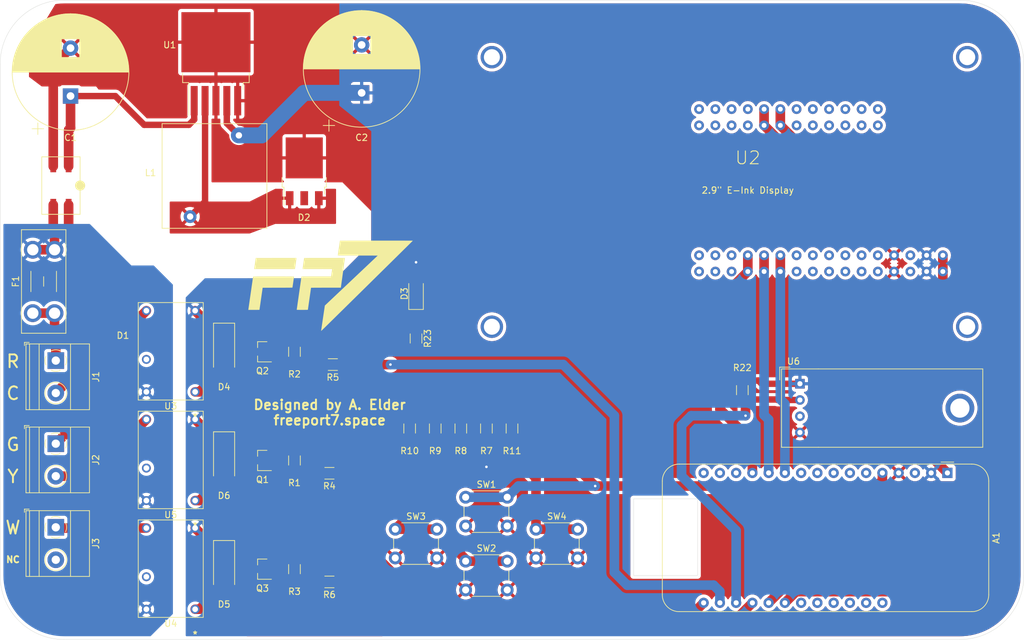
<source format=kicad_pcb>
(kicad_pcb (version 20211014) (generator pcbnew)
  (title_block (title "Arduino Thermostat V2") (date "2022-07-11") (rev "A") (company "freeport7.space"))
  (layers (0 "F.Cu" signal) (31 "B.Cu" signal) (34 "B.Paste" user) (35 "F.Paste" user) (36 "B.SilkS" user "B.Silkscreen") (37 "F.SilkS" user "F.Silkscreen") (38 "B.Mask" user) (39 "F.Mask" user) (44 "Edge.Cuts" user))
  (net 0 "")
  (net 1 "GND")
  (net 2 "/DHT")
  (net 3 "/FAN")
  (net 4 "/HEAT")
  (net 5 "/COOL")
  (net 6 "/C")
  (net 7 "+VDC")
  (net 8 "/R")
  (net 9 "/G")
  (net 10 "/W")
  (net 11 "/Y")
  (net 12 "Net-(D2-Pad1)")
  (net 14 "Net-(D3-Pad1)")
  (net 16 "/FANRLY")
  (net 17 "/HEATRLY")
  (net 18 "/COOLRLY")
  (net 22 "+3V3")
  (net 23 "Net-(Q1-Pad1)")
  (net 24 "Net-(Q2-Pad1)")
  (net 25 "Net-(Q3-Pad1)")
  (net 26 "/ADC")
  (net 27 "Net-(R9-Pad1)")
  (net 28 "Net-(R10-Pad1)")
  (net 32 "/DC")
  (net 33 "/ECS")
  (net 38 "/RESET")
  (net 46 "SCK")
  (net 47 "MOSI")
  (net 48 "MISO")
  (net 67 "Net-(R11-Pad1)")
  (net 71 "Net-(J1-Pad1)")
  (footprint "Capacitor_THT:CP_Radial_D18.0mm_P7.50mm" (layer "F.Cu") (at 78.5 57 90)
    (fp_text reference "C1" (at -6.5 0 180) (layer "F.SilkS"))
    (fp_text value "680uF")
    (pad "1" thru_hole rect (at 0 0 90) (size 2.4 2.4) (drill 1.2) (layers *.Cu *.Mask) (net 7 "+VDC"))
    (pad "2" thru_hole circle (at 7.5 0 90) (size 2.4 2.4) (drill 1.2) (layers *.Cu *.Mask) (net 1 "GND"))
  )
  (footprint "Capacitor_THT:CP_Radial_D18.0mm_P7.50mm" (layer "F.Cu") (at 124 56.5 90)
    (fp_text reference "C2" (at -7 0 180) (layer "F.SilkS"))
    (fp_text value "680uF")
    (pad "1" thru_hole rect (at 0 0 90) (size 2.4 2.4) (drill 1.2) (layers *.Cu *.Mask) (net 22 "+3V3"))
    (pad "2" thru_hole circle (at 7.5 0 90) (size 2.4 2.4) (drill 1.2) (layers *.Cu *.Mask) (net 1 "GND"))
  )
  (footprint "Arduino-Thermostat:Diode Bridge 4-SMD" (layer "F.Cu") (at 77 71)
    (fp_text reference "D1" (at 9.695 23.455 unlocked) (layer "F.SilkS"))
    (fp_text value "D_Bridge_+AA-")
    (pad "1" smd rect (at 1.2 -3 90) (size 1.84 0.9) (layers "F.Cu" "F.Paste" "F.Mask") (net 7 "+VDC"))
    (pad "2" smd rect (at 1.2 3 90) (size 1.84 0.9) (layers "F.Cu" "F.Paste" "F.Mask") (net 6 "/C"))
    (pad "3" smd rect (at -1.2 3 90) (size 1.84 0.9) (layers "F.Cu" "F.Paste" "F.Mask") (net 8 "/R"))
    (pad "4" smd rect (at -1.2 -3 90) (size 1.84 0.9) (layers "F.Cu" "F.Paste" "F.Mask") (net 1 "GND"))
  )
  (footprint "Package_TO_SOT_SMD:TO-252-3_TabPin2" (layer "F.Cu") (at 115.025 68.775 90)
    (fp_text reference "D2" (at -7.225 -0.025 180) (layer "F.SilkS"))
    (fp_text value "VS-50WQ04FNTR-M3")
    (pad "1" smd rect (at -4.2 -2.28 90) (size 2.2 1.2) (layers "F.Cu" "F.Paste" "F.Mask") (net 12 "Net-(D2-Pad1)"))
    (pad "1" smd rect (at -4.2 2.28 90) (size 2.2 1.2) (layers "F.Cu" "F.Paste" "F.Mask") (net 12 "Net-(D2-Pad1)"))
    (pad "2" smd rect (at 2.1 0 90) (size 6.4 5.8) (layers "F.Cu" "F.Mask") (net 1 "GND"))
    (pad "2" smd rect (at -4.2 0 90) (size 2.2 1.2) (layers "F.Cu" "F.Paste" "F.Mask") (net 1 "GND"))
  )
  (footprint "LED_SMD:LED_1206_3216Metric_Pad1.42x1.75mm_HandSolder" (layer "F.Cu") (at 132.5 87.92 90)
    (fp_text reference "D3" (at 0 -1.82 90) (layer "F.SilkS"))
    (fp_text value "LED")
    (pad "1" smd roundrect (at -1.4875 0 90) (size 1.425 1.75) (layers "F.Cu" "F.Paste" "F.Mask") (roundrect_rratio 0.1754392982) (net 14 "Net-(D3-Pad1)"))
    (pad "2" smd roundrect (at 1.4875 0 90) (size 1.425 1.75) (layers "F.Cu" "F.Paste" "F.Mask") (roundrect_rratio 0.1754392982) (net 22 "+3V3"))
  )
  (footprint "TerminalBlock_Phoenix:TerminalBlock_Phoenix_MKDS-1,5-2-5.08_1x02_P5.08mm_Horizontal" (layer "F.Cu") (at 76.195 98.375 -90)
    (fp_text reference "J1" (at 2.54 -6.26 90) (layer "F.SilkS"))
    (fp_text value "SCREW TERMINAL" hide)
    (pad "1" thru_hole rect locked (at 0 0 270) (size 2.6 2.6) (drill 1.3) (layers *.Cu *.Mask) (net 71 "Net-(J1-Pad1)"))
    (pad "2" thru_hole circle locked (at 5.08 0 270) (size 2.6 2.6) (drill 1.3) (layers *.Cu *.Mask) (net 6 "/C"))
  )
  (footprint "TerminalBlock_Phoenix:TerminalBlock_Phoenix_MKDS-1,5-2-5.08_1x02_P5.08mm_Horizontal" (layer "F.Cu") (at 76.195 111.375 -90)
    (fp_text reference "J2" (at 2.54 -6.26 90) (layer "F.SilkS"))
    (fp_text value "SCREW TERMINAL" hide)
    (pad "1" thru_hole rect locked (at 0 0 270) (size 2.6 2.6) (drill 1.3) (layers *.Cu *.Mask) (net 9 "/G"))
    (pad "2" thru_hole circle locked (at 5.08 0 270) (size 2.6 2.6) (drill 1.3) (layers *.Cu *.Mask) (net 11 "/Y"))
  )
  (footprint "TerminalBlock_Phoenix:TerminalBlock_Phoenix_MKDS-1,5-2-5.08_1x02_P5.08mm_Horizontal" (layer "F.Cu") (at 76.195 124.455 -90)
    (fp_text reference "J3" (at 2.54 -6.26 90) (layer "F.SilkS"))
    (fp_text value "SCREW TERMINAL" hide)
    (pad "1" thru_hole rect locked (at 0 0 270) (size 2.6 2.6) (drill 1.3) (layers *.Cu *.Mask) (net 10 "/W"))
    (pad "2" thru_hole circle locked (at 5.08 0 270) (size 2.6 2.6) (drill 1.3) (layers *.Cu *.Mask))
  )
  (footprint "Inductor_THT:L_Radial_L16.1mm_W16.1mm_Px7.62mm_Py12.70mm_Pulse_LP-44" (layer "F.Cu") (at 97.19 75.85)
    (fp_text reference "L1" (at -6.19 -6.85) (layer "F.SilkS"))
    (fp_text value "68uH")
    (pad "1" thru_hole circle (at 0 0) (size 2 2) (drill 1) (layers *.Cu *.Mask) (net 12 "Net-(D2-Pad1)"))
    (pad "2" thru_hole circle (at 7.62 -12.7) (size 2 2) (drill 1) (layers *.Cu *.Mask) (net 22 "+3V3"))
  )
  (footprint "Package_TO_SOT_SMD:SOT-23" (layer "F.Cu") (at 108.5 114 180)
    (fp_text reference "Q1" (at 0 -3) (layer "F.SilkS"))
    (fp_text value "Q_NMOS_GSD")
    (pad "1" smd rect locked (at -1 -0.95 180) (size 0.9 0.8) (layers "F.Cu" "F.Paste" "F.Mask") (net 23 "Net-(Q1-Pad1)"))
    (pad "2" smd rect locked (at -1 0.95 180) (size 0.9 0.8) (layers "F.Cu" "F.Paste" "F.Mask") (net 1 "GND"))
    (pad "3" smd rect locked (at 1 0 180) (size 0.9 0.8) (layers "F.Cu" "F.Paste" "F.Mask") (net 18 "/COOLRLY"))
  )
  (footprint "Package_TO_SOT_SMD:SOT-23" (layer "F.Cu") (at 108.5 97 180)
    (fp_text reference "Q2" (at 0 -3) (layer "F.SilkS"))
    (fp_text value "Q_NMOS_GSD")
    (pad "1" smd rect locked (at -1 -0.95 180) (size 0.9 0.8) (layers "F.Cu" "F.Paste" "F.Mask") (net 24 "Net-(Q2-Pad1)"))
    (pad "2" smd rect locked (at -1 0.95 180) (size 0.9 0.8) (layers "F.Cu" "F.Paste" "F.Mask") (net 1 "GND"))
    (pad "3" smd rect locked (at 1 0 180) (size 0.9 0.8) (layers "F.Cu" "F.Paste" "F.Mask") (net 16 "/FANRLY"))
  )
  (footprint "Package_TO_SOT_SMD:SOT-23" (layer "F.Cu") (at 108.5 131 180)
    (fp_text reference "Q3" (at 0 -3) (layer "F.SilkS"))
    (fp_text value "Q_NMOS_GSD")
    (pad "1" smd rect locked (at -1 -0.95 180) (size 0.9 0.8) (layers "F.Cu" "F.Paste" "F.Mask") (net 25 "Net-(Q3-Pad1)"))
    (pad "2" smd rect locked (at -1 0.95 180) (size 0.9 0.8) (layers "F.Cu" "F.Paste" "F.Mask") (net 1 "GND"))
    (pad "3" smd rect locked (at 1 0 180) (size 0.9 0.8) (layers "F.Cu" "F.Paste" "F.Mask") (net 17 "/HEATRLY"))
  )
  (footprint "Resistor_SMD:R_1206_3216Metric" (layer "F.Cu") (at 113.5 114 90)
    (fp_text reference "R1" (at -3.5 0 180) (layer "F.SilkS"))
    (fp_text value "10K")
    (pad "1" smd roundrect locked (at -1.4625 0 90) (size 1.125 1.75) (layers "F.Cu" "F.Paste" "F.Mask") (roundrect_rratio 0.2222222222) (net 23 "Net-(Q1-Pad1)"))
    (pad "2" smd roundrect locked (at 1.4625 0 90) (size 1.125 1.75) (layers "F.Cu" "F.Paste" "F.Mask") (roundrect_rratio 0.2222222222) (net 1 "GND"))
  )
  (footprint "Resistor_SMD:R_1206_3216Metric" (layer "F.Cu") (at 113.5 97 90)
    (fp_text reference "R2" (at -3.5 0 180) (layer "F.SilkS"))
    (fp_text value "10K")
    (pad "1" smd roundrect locked (at -1.4625 0 90) (size 1.125 1.75) (layers "F.Cu" "F.Paste" "F.Mask") (roundrect_rratio 0.2222222222) (net 24 "Net-(Q2-Pad1)"))
    (pad "2" smd roundrect locked (at 1.4625 0 90) (size 1.125 1.75) (layers "F.Cu" "F.Paste" "F.Mask") (roundrect_rratio 0.2222222222) (net 1 "GND"))
  )
  (footprint "Resistor_SMD:R_1206_3216Metric" (layer "F.Cu") (at 113.5 131 90)
    (fp_text reference "R3" (at -3.5 0 180) (layer "F.SilkS"))
    (fp_text value "10K")
    (pad "1" smd roundrect locked (at -1.4625 0 90) (size 1.125 1.75) (layers "F.Cu" "F.Paste" "F.Mask") (roundrect_rratio 0.2222222222) (net 25 "Net-(Q3-Pad1)"))
    (pad "2" smd roundrect locked (at 1.4625 0 90) (size 1.125 1.75) (layers "F.Cu" "F.Paste" "F.Mask") (roundrect_rratio 0.2222222222) (net 1 "GND"))
  )
  (footprint "Resistor_SMD:R_1206_3216Metric" (layer "F.Cu") (at 118.9625 116 180)
    (fp_text reference "R4" (at 0 -2) (layer "F.SilkS"))
    (fp_text value "1K")
    (pad "1" smd roundrect locked (at -1.4625 0 180) (size 1.125 1.75) (layers "F.Cu" "F.Paste" "F.Mask") (roundrect_rratio 0.2222222222) (net 5 "/COOL"))
    (pad "2" smd roundrect locked (at 1.4625 0 180) (size 1.125 1.75) (layers "F.Cu" "F.Paste" "F.Mask") (roundrect_rratio 0.2222222222) (net 23 "Net-(Q1-Pad1)"))
  )
  (footprint "Resistor_SMD:R_1206_3216Metric" (layer "F.Cu") (at 119.5 99 180)
    (fp_text reference "R5" (at 0 -2) (layer "F.SilkS"))
    (fp_text value "1K")
    (pad "1" smd roundrect locked (at -1.4625 0 180) (size 1.125 1.75) (layers "F.Cu" "F.Paste" "F.Mask") (roundrect_rratio 0.2222222222) (net 3 "/FAN"))
    (pad "2" smd roundrect locked (at 1.4625 0 180) (size 1.125 1.75) (layers "F.Cu" "F.Paste" "F.Mask") (roundrect_rratio 0.2222222222) (net 24 "Net-(Q2-Pad1)"))
  )
  (footprint "Resistor_SMD:R_1206_3216Metric" (layer "F.Cu") (at 118.9625 133 180)
    (fp_text reference "R6" (at 0 -2) (layer "F.SilkS"))
    (fp_text value "1K")
    (pad "1" smd roundrect locked (at -1.4625 0 180) (size 1.125 1.75) (layers "F.Cu" "F.Paste" "F.Mask") (roundrect_rratio 0.2222222222) (net 4 "/HEAT"))
    (pad "2" smd roundrect locked (at 1.4625 0 180) (size 1.125 1.75) (layers "F.Cu" "F.Paste" "F.Mask") (roundrect_rratio 0.2222222222) (net 25 "Net-(Q3-Pad1)"))
  )
  (footprint "Resistor_SMD:R_1206_3216Metric" (layer "F.Cu") (at 143.5 109 90)
    (fp_text reference "R7" (at -3.5 0 180) (layer "F.SilkS"))
    (fp_text value "4.7K" hide)
    (pad "1" smd roundrect locked (at -1.4625 0 90) (size 1.125 1.75) (layers "F.Cu" "F.Paste" "F.Mask") (roundrect_rratio 0.2222222222) (net 22 "+3V3"))
    (pad "2" smd roundrect locked (at 1.4625 0 90) (size 1.125 1.75) (layers "F.Cu" "F.Paste" "F.Mask") (roundrect_rratio 0.2222222222) (net 26 "/ADC"))
  )
  (footprint "Resistor_SMD:R_1206_3216Metric" (layer "F.Cu") (at 139.5 109 -90)
    (fp_text reference "R8" (at 3.5 0 180) (layer "F.SilkS"))
    (fp_text value "2.0K" hide)
    (pad "1" smd roundrect locked (at -1.4625 0 270) (size 1.125 1.75) (layers "F.Cu" "F.Paste" "F.Mask") (roundrect_rratio 0.2222222222) (net 26 "/ADC"))
    (pad "2" smd roundrect locked (at 1.4625 0 270) (size 1.125 1.75) (layers "F.Cu" "F.Paste" "F.Mask") (roundrect_rratio 0.2222222222) (net 1 "GND"))
  )
  (footprint "Resistor_SMD:R_1206_3216Metric" (layer "F.Cu") (at 135.5 109 90)
    (fp_text reference "R9" (at -3.5 0 180) (layer "F.SilkS"))
    (fp_text value "4.3K" hide)
    (pad "1" smd roundrect locked (at -1.4625 0 90) (size 1.125 1.75) (layers "F.Cu" "F.Paste" "F.Mask") (roundrect_rratio 0.2222222222) (net 27 "Net-(R9-Pad1)"))
    (pad "2" smd roundrect locked (at 1.4625 0 90) (size 1.125 1.75) (layers "F.Cu" "F.Paste" "F.Mask") (roundrect_rratio 0.2222222222) (net 26 "/ADC"))
  )
  (footprint "Resistor_SMD:R_1206_3216Metric" (layer "F.Cu") (at 131.5 109 90)
    (fp_text reference "R10" (at -3.5 0 180) (layer "F.SilkS"))
    (fp_text value "1.5K" hide)
    (pad "1" smd roundrect locked (at -1.4625 0 90) (size 1.125 1.75) (layers "F.Cu" "F.Paste" "F.Mask") (roundrect_rratio 0.2222222222) (net 28 "Net-(R10-Pad1)"))
    (pad "2" smd roundrect locked (at 1.4625 0 90) (size 1.125 1.75) (layers "F.Cu" "F.Paste" "F.Mask") (roundrect_rratio 0.2222222222) (net 26 "/ADC"))
  )
  (footprint "Resistor_SMD:R_1206_3216Metric" (layer "F.Cu") (at 183.5 103 90)
    (fp_text reference "R22" (at 3.5 0 180) (layer "F.SilkS"))
    (fp_text value "10k")
    (pad "1" smd roundrect locked (at -1.4625 0 90) (size 1.125 1.75) (layers "F.Cu" "F.Paste" "F.Mask") (roundrect_rratio 0.2222222222) (net 2 "/DHT"))
    (pad "2" smd roundrect locked (at 1.4625 0 90) (size 1.125 1.75) (layers "F.Cu" "F.Paste" "F.Mask") (roundrect_rratio 0.2222222222) (net 22 "+3V3"))
  )
  (footprint "Resistor_SMD:R_1206_3216Metric" (layer "F.Cu") (at 132.5 94.92 -90)
    (fp_text reference "R23" (at 0 -1.82 90) (layer "F.SilkS"))
    (fp_text value "600R")
    (pad "1" smd roundrect locked (at -1.4625 0 270) (size 1.125 1.75) (layers "F.Cu" "F.Paste" "F.Mask") (roundrect_rratio 0.2222222222) (net 14 "Net-(D3-Pad1)"))
    (pad "2" smd roundrect locked (at 1.4625 0 270) (size 1.125 1.75) (layers "F.Cu" "F.Paste" "F.Mask") (roundrect_rratio 0.2222222222) (net 1 "GND"))
  )
  (footprint "Package_TO_SOT_SMD:TO-263-5_TabPin3" (layer "F.Cu") (at 101.225 51.95 90)
    (fp_text reference "U1" (at 2.95 -7.225 180) (layer "F.SilkS"))
    (fp_text value "LM2596S-3.3")
    (pad "1" smd rect locked (at -5.775 -3.4 90) (size 4.6 1.1) (layers "F.Cu" "F.Paste" "F.Mask") (net 7 "+VDC"))
    (pad "2" smd rect locked (at -5.775 -1.7 90) (size 4.6 1.1) (layers "F.Cu" "F.Paste" "F.Mask") (net 12 "Net-(D2-Pad1)"))
    (pad "3" smd rect locked (at 3.375 0 90) (size 9.4 10.8) (layers "F.Cu" "F.Mask") (net 1 "GND"))
    (pad "3" smd rect locked (at -5.775 0 90) (size 4.6 1.1) (layers "F.Cu" "F.Paste" "F.Mask") (net 1 "GND"))
    (pad "4" smd rect locked (at -5.775 1.7 90) (size 4.6 1.1) (layers "F.Cu" "F.Paste" "F.Mask") (net 22 "+3V3"))
    (pad "5" smd rect locked (at -5.775 3.4 90) (size 4.6 1.1) (layers "F.Cu" "F.Paste" "F.Mask") (net 1 "GND"))
  )
  (footprint "Arduino-Thermostat:Adafruit-eink-display" (layer "F.Cu") (at 184.3575 51.427)
    (fp_text reference "U2" (at 0 15.24) (layer "F.SilkS") (effects (font (size 2 2))))
    (fp_text value "Adafruit-Eink-Display")
    (fp_text user "2.9\" E-Ink Display" (at 0 20.32) (layer "F.SilkS"))
    (pad "1" thru_hole circle (at 30.48 30.48) (size 1.524 1.524) (drill 0.762) (layers *.Cu *.Mask) (net 38 "/RESET"))
    (pad "1" thru_hole circle (at 30.48 33.02) (size 1.524 1.524) (drill 0.762) (layers *.Cu *.Mask) (net 38 "/RESET"))
    (pad "2" thru_hole circle (at 27.94 33.02) (size 1.524 1.524) (drill 0.762) (layers *.Cu *.Mask) (net 22 "+3V3"))
    (pad "2" thru_hole circle (at 27.94 30.48) (size 1.524 1.524) (drill 0.762) (layers *.Cu *.Mask) (net 22 "+3V3"))
    (pad "3" thru_hole circle (at 25.4 30.48) (size 1.524 1.524) (drill 0.762) (layers *.Cu *.Mask))
    (pad "3" thru_hole circle (at 25.4 33.02) (size 1.524 1.524) (drill 0.762) (layers *.Cu *.Mask))
    (pad "4" thru_hole circle (at 22.86 33.02) (size 1.524 1.524) (drill 0.762) (layers *.Cu *.Mask) (net 1 "GND"))
    (pad "4" thru_hole circle (at 22.86 30.48) (size 1.524 1.524) (drill 0.762) (layers *.Cu *.Mask) (net 1 "GND"))
    (pad "5" thru_hole circle (at 20.32 30.48) (size 1.524 1.524) (drill 0.762) (layers *.Cu *.Mask))
    (pad "5" thru_hole circle (at 20.32 33.02) (size 1.524 1.524) (drill 0.762) (layers *.Cu *.Mask))
    (pad "6" thru_hole circle (at 17.78 33.02) (size 1.524 1.524) (drill 0.762) (layers *.Cu *.Mask))
    (pad "6" thru_hole circle (at 17.78 30.48) (size 1.524 1.524) (drill 0.762) (layers *.Cu *.Mask))
    (pad "7" thru_hole circle (at 15.24 30.48) (size 1.524 1.524) (drill 0.762) (layers *.Cu *.Mask))
    (pad "7" thru_hole circle (at 15.24 33.02) (size 1.524 1.524) (drill 0.762) (layers *.Cu *.Mask))
    (pad "8" thru_hole circle (at 12.7 33.02) (size 1.524 1.524) (drill 0.762) (layers *.Cu *.Mask))
    (pad "8" thru_hole circle (at 12.7 30.48) (size 1.524 1.524) (drill 0.762) (layers *.Cu *.Mask))
    (pad "9" thru_hole circle (at 10.16 33.02) (size 1.524 1.524) (drill 0.762) (layers *.Cu *.Mask))
    (pad "9" thru_hole circle (at 10.16 30.48) (size 1.524 1.524) (drill 0.762) (layers *.Cu *.Mask))
    (pad "10" thru_hole circle (at 7.62 33.02) (size 1.524 1.524) (drill 0.762) (layers *.Cu *.Mask))
    (pad "10" thru_hole circle (at 7.62 30.48) (size 1.524 1.524) (drill 0.762) (layers *.Cu *.Mask))
    (pad "11" thru_hole circle (at 5.08 33.02) (size 1.524 1.524) (drill 0.762) (layers *.Cu *.Mask) (net 46 "SCK"))
    (pad "11" thru_hole circle (at 5.08 30.48) (size 1.524 1.524) (drill 0.762) (layers *.Cu *.Mask) (net 46 "SCK"))
    (pad "12" thru_hole circle (at 2.54 30.48) (size 1.524 1.524) (drill 0.762) (layers *.Cu *.Mask) (net 47 "MOSI"))
    (pad "12" thru_hole circle (at 2.54 33.02) (size 1.524 1.524) (drill 0.762) (layers *.Cu *.Mask) (net 47 "MOSI"))
    (pad "13" thru_hole circle (at 0 30.48) (size 1.524 1.524) (drill 0.762) (layers *.Cu *.Mask) (net 48 "MISO"))
    (pad "13" thru_hole circle (at 0 33.02) (size 1.524 1.524) (drill 0.762) (layers *.Cu *.Mask) (net 48 "MISO"))
    (pad "14" thru_hole circle (at -2.54 33.02) (size 1.524 1.524) (drill 0.762) (layers *.Cu *.Mask))
    (pad "14" thru_hole circle (at -2.54 30.48) (size 1.524 1.524) (drill 0.762) (layers *.Cu *.Mask))
    (pad "15" thru_hole circle (at -5.08 30.48) (size 1.524 1.524) (drill 0.762) (layers *.Cu *.Mask))
    (pad "15" thru_hole circle (at -5.08 33.02) (size 1.524 1.524) (drill 0.762) (layers *.Cu *.Mask))
    (pad "16" thru_hole circle (at -7.62 30.48) (size 1.524 1.524) (drill 0.762) (layers *.Cu *.Mask))
    (pad "16" thru_hole circle (at -7.62 33.02) (size 1.524 1.524) (drill 0.762) (layers *.Cu *.Mask))
    (pad "17" thru_hole circle (at -7.62 7.62) (size 1.524 1.524) (drill 0.762) (layers *.Cu *.Mask))
    (pad "17" thru_hole circle (at -7.62 10.16) (size 1.524 1.524) (drill 0.762) (layers *.Cu *.Mask))
    (pad "18" thru_hole circle (at -5.08 7.62) (size 1.524 1.524) (drill 0.762) (layers *.Cu *.Mask))
    (pad "18" thru_hole circle (at -5.08 10.16) (size 1.524 1.524) (drill 0.762) (layers *.Cu *.Mask))
    (pad "19" thru_hole circle (at -2.54 10.16) (size 1.524 1.524) (drill 0.762) (layers *.Cu *.Mask))
    (pad "19" thru_hole circle (at -2.54 7.62) (size 1.524 1.524) (drill 0.762) (layers *.Cu *.Mask))
    (pad "20" thru_hole circle (at 0 7.62) (size 1.524 1.524) (drill 0.762) (layers *.Cu *.Mask))
    (pad "20" thru_hole circle (at 0 10.16) (size 1.524 1.524) (drill 0.762) (layers *.Cu *.Mask))
    (pad "21" thru_hole circle (at 2.54 10.16) (size 1.524 1.524) (drill 0.762) (layers *.Cu *.Mask) (net 33 "/ECS"))
    (pad "21" thru_hole circle (at 2.54 7.62) (size 1.524 1.524) (drill 0.762) (layers *.Cu *.Mask) (net 33 "/ECS"))
    (pad "22" thru_hole circle (at 5.08 7.62) (size 1.524 1.524) (drill 0.762) (layers *.Cu *.Mask) (net 32 "/DC"))
    (pad "22" thru_hole circle (at 5.08 10.16) (size 1.524 1.524) (drill 0.762) (layers *.Cu *.Mask) (net 32 "/DC"))
    (pad "23" thru_hole circle (at 7.62 7.62) (size 1.524 1.524) (drill 0.762) (layers *.Cu *.Mask))
    (pad "23" thru_hole circle (at 7.62 10.16) (size 1.524 1.524) (drill 0.762) (layers *.Cu *.Mask))
    (pad "24" thru_hole circle (at 10.16 7.62) (size 1.524 1.524) (drill 0.762) (layers *.Cu *.Mask))
    (pad "24" thru_hole circle (at 10.16 10.16) (size 1.524 1.524) (drill 0.762) (layers *.Cu *.Mask))
    (pad "25" thru_hole circle (at 12.7 7.62) (size 1.524 1.524) (drill 0.762) (layers *.Cu *.Mask))
    (pad "25" thru_hole circle (at 12.7 10.16) (size 1.524 1.524) (drill 0.762) (layers *.Cu *.Mask))
    (pad "26" thru_hole circle (at 15.24 7.62) (size 1.524 1.524) (drill 0.762) (layers *.Cu *.Mask))
    (pad "26" thru_hole circle (at 15.24 10.16) (size 1.524 1.524) (drill 0.762) (layers *.Cu *.Mask))
    (pad "27" thru_hole circle (at 17.78 10.16) (size 1.524 1.524) (drill 0.762) (layers *.Cu *.Mask))
    (pad "27" thru_hole circle (at 17.78 7.62) (size 1.524 1.524) (drill 0.762) (layers *.Cu *.Mask))
    (pad "28" thru_hole circle (at 20.32 10.16) (size 1.524 1.524) (drill 0.762) (layers *.Cu *.Mask))
    (pad "28" thru_hole circle (at 20.32 7.62) (size 1.524 1.524) (drill 0.762) (layers *.Cu *.Mask))
    (pad "29" thru_hole circle (at -40.005 -0.509) (size 3.5 3.5) (drill 2.5) (layers *.Cu *.Mask))
    (pad "29" thru_hole circle (at -40.005 41.655) (size 3.5 3.5) (drill 2.5) (layers *.Cu *.Mask))
    (pad "29" thru_hole circle (at 34.29 41.655) (size 3.5 3.5) (drill 2.5) (layers *.Cu *.Mask))
    (pad "29" thru_hole circle (at 34.29 -0.509) (size 3.5 3.5) (drill 2.5) (layers *.Cu *.Mask))
  )
  (footprint "Arduino-Thermostat:DS1E-M-DC5V" (layer "F.Cu") (at 97.97345 103.27 180)
    (fp_text reference "U3" (at 3.81 -2.23) (layer "F.SilkS"))
    (fp_text value "DS1E-M-DC3V" hide)
    (fp_text user "*" (at 0 -3.979333) (layer "F.SilkS"))
    (fp_text user "*" (at 0 -3.979333) (layer "F.SilkS"))
    (pad "1" thru_hole circle locked (at 0 0 180) (size 1.397 1.397) (drill 0.889) (layers *.Cu *.Mask) (net 16 "/FANRLY"))
    (pad "6" thru_hole circle locked (at 0 12.7 180) (size 1.397 1.397) (drill 0.889) (layers *.Cu *.Mask) (net 22 "+3V3"))
    (pad "7" thru_hole circle locked (at 7.62 12.7 180) (size 1.397 1.397) (drill 0.889) (layers *.Cu *.Mask) (net 9 "/G"))
    (pad "10" thru_hole circle locked (at 7.62 5.08 180) (size 1.397 1.397) (drill 0.889) (layers *.Cu *.Mask))
    (pad "12" thru_hole circle locked (at 7.62 0 180) (size 1.397 1.397) (drill 0.889) (layers *.Cu *.Mask) (net 8 "/R"))
  )
  (footprint "Arduino-Thermostat:DS1E-M-DC5V" (layer "F.Cu") (at 97.97345 137.27 180)
    (fp_text reference "U4" (at 3.81 -2.23) (layer "F.SilkS"))
    (fp_text value "DS1E-M-DC3V" hide)
    (fp_text user "*" (at 0 -3.979333) (layer "F.SilkS"))
    (fp_text user "*" (at 0 -3.979333) (layer "F.SilkS"))
    (pad "1" thru_hole circle locked (at 0 0 180) (size 1.397 1.397) (drill 0.889) (layers *.Cu *.Mask) (net 17 "/HEATRLY"))
    (pad "6" thru_hole circle locked (at 0 12.7 180) (size 1.397 1.397) (drill 0.889) (layers *.Cu *.Mask) (net 22 "+3V3"))
    (pad "7" thru_hole circle locked (at 7.62 12.7 180) (size 1.397 1.397) (drill 0.889) (layers *.Cu *.Mask) (net 10 "/W"))
    (pad "10" thru_hole circle locked (at 7.62 5.08 180) (size 1.397 1.397) (drill 0.889) (layers *.Cu *.Mask))
    (pad "12" thru_hole circle locked (at 7.62 0 180) (size 1.397 1.397) (drill 0.889) (layers *.Cu *.Mask) (net 8 "/R"))
  )
  (footprint "Arduino-Thermostat:DS1E-M-DC5V" (layer "F.Cu") (at 97.97345 120.27 180)
    (fp_text reference "U5" (at 3.81 -2.23) (layer "F.SilkS"))
    (fp_text value "DS1E-M-DC3V" hide)
    (fp_text user "*" (at 0 -3.979333) (layer "F.SilkS"))
    (fp_text user "*" (at 0 -3.979333) (layer "F.SilkS"))
    (pad "1" thru_hole circle locked (at 0 0 180) (size 1.397 1.397) (drill 0.889) (layers *.Cu *.Mask) (net 18 "/COOLRLY"))
    (pad "6" thru_hole circle locked (at 0 12.7 180) (size 1.397 1.397) (drill 0.889) (layers *.Cu *.Mask) (net 22 "+3V3"))
    (pad "7" thru_hole circle locked (at 7.62 12.7 180) (size 1.397 1.397) (drill 0.889) (layers *.Cu *.Mask) (net 11 "/Y"))
    (pad "10" thru_hole circle locked (at 7.62 5.08 180) (size 1.397 1.397) (drill 0.889) (layers *.Cu *.Mask))
    (pad "12" thru_hole circle locked (at 7.62 0 180) (size 1.397 1.397) (drill 0.889) (layers *.Cu *.Mask) (net 8 "/R"))
  )
  (footprint "Arduino-Thermostat:DHT22-Horizontal" (layer "F.Cu") (at 192.5 102)
    (fp_text reference "U6" (at -1 -3.5) (layer "F.SilkS"))
    (fp_text value "DHT11")
    (pad "1" thru_hole rect locked (at 0 0) (size 1.5 1.5) (drill 0.8) (layers *.Cu *.Mask) (net 22 "+3V3"))
    (pad "2" thru_hole circle locked (at 0 2.54) (size 1.5 1.5) (drill 0.8) (layers *.Cu *.Mask) (net 2 "/DHT"))
    (pad "3" thru_hole circle locked (at 0 5.08) (size 1.5 1.5) (drill 0.8) (layers *.Cu *.Mask))
    (pad "4" thru_hole circle locked (at 0 7.62) (size 1.5 1.5) (drill 0.8) (layers *.Cu *.Mask) (net 1 "GND"))
    (pad "5" thru_hole circle locked (at 25 3.81) (size 4.5 4.5) (drill 3) (layers *.Cu *.Mask))
  )
  (footprint "Diode_SMD:D_SMA_Handsoldering" (layer "F.Cu") (at 102.5 96.92 -90)
    (fp_text reference "D4" (at 5.58 0 180) (layer "F.SilkS"))
    (fp_text value "D")
    (pad "1" smd rect (at -2.5 0 270) (size 3.5 1.8) (layers "F.Cu" "F.Paste" "F.Mask") (net 22 "+3V3"))
    (pad "2" smd rect (at 2.5 0 270) (size 3.5 1.8) (layers "F.Cu" "F.Paste" "F.Mask") (net 16 "/FANRLY"))
  )
  (footprint "Button_Switch_THT:SW_PUSH_6mm_H5mm" (layer "F.Cu") (at 140.25 119.75)
    (fp_text reference "SW1" (at 3.25 -2) (layer "F.SilkS"))
    (fp_text value "SW_Push")
    (pad "1" thru_hole circle (at 6.5 0 90) (size 2 2) (drill 1.1) (layers *.Cu *.Mask) (net 26 "/ADC"))
    (pad "1" thru_hole circle (at 0 0 90) (size 2 2) (drill 1.1) (layers *.Cu *.Mask) (net 26 "/ADC"))
    (pad "2" thru_hole circle (at 0 4.5 90) (size 2 2) (drill 1.1) (layers *.Cu *.Mask) (net 1 "GND"))
    (pad "2" thru_hole circle (at 6.5 4.5 90) (size 2 2) (drill 1.1) (layers *.Cu *.Mask) (net 1 "GND"))
  )
  (footprint "Resistor_SMD:R_1206_3216Metric" (layer "F.Cu") (at 147.5 109 90)
    (fp_text reference "R11" (at -3.5 0 180) (layer "F.SilkS"))
    (fp_text value "470R" hide)
    (pad "1" smd roundrect (at -1.4625 0 90) (size 1.125 1.75) (layers "F.Cu" "F.Paste" "F.Mask") (roundrect_rratio 0.2222222222) (net 67 "Net-(R11-Pad1)"))
    (pad "2" smd roundrect (at 1.4625 0 90) (size 1.125 1.75) (layers "F.Cu" "F.Paste" "F.Mask") (roundrect_rratio 0.2222222222) (net 26 "/ADC"))
  )
  (footprint "Fuse:Fuseholder_Blade_Mini_Keystone_3568" (layer "F.Cu") (at 72.6 90.96 90)
    (fp_text reference "F1" (at 4.96 -2.67 90) (layer "F.SilkS"))
    (fp_text value "Fuse")
    (pad "1" thru_hole circle (at 0 3.4 90) (size 2.78 2.78) (drill 1.78) (layers *.Cu *.Mask) (net 71 "Net-(J1-Pad1)"))
    (pad "1" thru_hole circle (at 0 0 90) (size 2.78 2.78) (drill 1.78) (layers *.Cu *.Mask) (net 71 "Net-(J1-Pad1)"))
    (pad "2" thru_hole circle (at 9.92 0 90) (size 2.78 2.78) (drill 1.78) (layers *.Cu *.Mask) (net 8 "/R"))
    (pad "2" thru_hole circle (at 9.92 3.4 90) (size 2.78 2.78) (drill 1.78) (layers *.Cu *.Mask) (net 8 "/R"))
  )
  (footprint "Diode_SMD:D_SMA_Handsoldering" (layer "F.Cu") (at 102.5 130.92 -90)
    (fp_text reference "D5" (at 5.58 0 180) (layer "F.SilkS"))
    (fp_text value "D")
    (pad "1" smd rect (at -2.5 0 270) (size 3.5 1.8) (layers "F.Cu" "F.Paste" "F.Mask") (net 22 "+3V3"))
    (pad "2" smd rect (at 2.5 0 270) (size 3.5 1.8) (layers "F.Cu" "F.Paste" "F.Mask") (net 17 "/HEATRLY"))
  )
  (footprint "Diode_SMD:D_SMA_Handsoldering" (layer "F.Cu") (at 102.5 113.92 -90)
    (fp_text reference "D6" (at 5.58 0 180) (layer "F.SilkS"))
    (fp_text value "D")
    (pad "1" smd rect (at -2.5 0 270) (size 3.5 1.8) (layers "F.Cu" "F.Paste" "F.Mask") (net 22 "+3V3"))
    (pad "2" smd rect (at 2.5 0 270) (size 3.5 1.8) (layers "F.Cu" "F.Paste" "F.Mask") (net 18 "/COOLRLY"))
  )
  (footprint "Button_Switch_THT:SW_PUSH_6mm_H5mm" (layer "F.Cu") (at 129.25 124.75)
    (fp_text reference "SW3" (at 3.25 -2) (layer "F.SilkS"))
    (fp_text value "SW_Push")
    (pad "1" thru_hole circle (at 6.5 0 90) (size 2 2) (drill 1.1) (layers *.Cu *.Mask) (net 28 "Net-(R10-Pad1)"))
    (pad "1" thru_hole circle (at 0 0 90) (size 2 2) (drill 1.1) (layers *.Cu *.Mask) (net 28 "Net-(R10-Pad1)"))
    (pad "2" thru_hole circle (at 6.5 4.5 90) (size 2 2) (drill 1.1) (layers *.Cu *.Mask) (net 1 "GND"))
    (pad "2" thru_hole circle (at 0 4.5 90) (size 2 2) (drill 1.1) (layers *.Cu *.Mask) (net 1 "GND"))
  )
  (footprint "LOGO" (layer "F.Cu") (at 119 86.5)
    (fp_text reference "G***" hide)
    (fp_text value "LOGO" hide)
  )
  (footprint "Module:Adafruit_Feather" (layer "F.Cu") (at 215.55 115.9475 -90)
    (fp_text reference "A1" (at 10.16 -7.62 90) (layer "F.SilkS"))
    (fp_text value "Adafruit_Feather_HUZZAH_ESP8266")
    (pad "1" thru_hole rect (at 0 0 90) (size 1.6 1.6) (drill 0.8) (layers *.Cu *.Mask) (net 38 "/RESET"))
    (pad "2" thru_hole circle (at 0 2.54 90) (size 1.6 1.6) (drill 0.8) (layers *.Cu *.Mask) (net 22 "+3V3"))
    (pad "3" thru_hole circle (at 0 5.08 90) (size 1.6 1.6) (drill 0.8) (layers *.Cu *.Mask))
    (pad "4" thru_hole circle (at 0 7.62 90) (size 1.6 1.6) (drill 0.8) (layers *.Cu *.Mask) (net 1 "GND"))
    (pad "5" thru_hole circle (at 0 10.16 90) (size 1.6 1.6) (drill 0.8) (layers *.Cu *.Mask) (net 26 "/ADC"))
    (pad "6" thru_hole circle (at 0 12.7 90) (size 1.6 1.6) (drill 0.8) (layers *.Cu *.Mask))
    (pad "7" thru_hole circle (at 0 15.24 90) (size 1.6 1.6) (drill 0.8) (layers *.Cu *.Mask))
    (pad "8" thru_hole circle (at 0 17.78 90) (size 1.6 1.6) (drill 0.8) (layers *.Cu *.Mask))
    (pad "9" thru_hole circle (at 0 20.32 90) (size 1.6 1.6) (drill 0.8) (layers *.Cu *.Mask))
    (pad "10" thru_hole circle (at 0 22.86 90) (size 1.6 1.6) (drill 0.8) (layers *.Cu *.Mask))
    (pad "11" thru_hole circle (at 0 25.4 90) (size 1.6 1.6) (drill 0.8) (layers *.Cu *.Mask) (net 46 "SCK"))
    (pad "12" thru_hole circle (at 0 27.94 90) (size 1.6 1.6) (drill 0.8) (layers *.Cu *.Mask) (net 47 "MOSI"))
    (pad "13" thru_hole circle (at 0 30.48 90) (size 1.6 1.6) (drill 0.8) (layers *.Cu *.Mask) (net 48 "MISO"))
    (pad "14" thru_hole circle (at 0 33.02 90) (size 1.6 1.6) (drill 0.8) (layers *.Cu *.Mask))
    (pad "15" thru_hole circle (at 0 35.56 90) (size 1.6 1.6) (drill 0.8) (layers *.Cu *.Mask))
    (pad "16" thru_hole circle (at 0 38.1 90) (size 1.6 1.6) (drill 0.8) (layers *.Cu *.Mask))
    (pad "17" thru_hole circle (at 20.32 38.1 90) (size 1.6 1.6) (drill 0.8) (layers *.Cu *.Mask) (net 5 "/COOL"))
    (pad "18" thru_hole circle (at 20.32 35.56 90) (size 1.6 1.6) (drill 0.8) (layers *.Cu *.Mask) (net 3 "/FAN"))
    (pad "19" thru_hole circle (at 20.32 33.02 90) (size 1.6 1.6) (drill 0.8) (layers *.Cu *.Mask) (net 2 "/DHT"))
    (pad "20" thru_hole circle (at 20.32 30.48 90) (size 1.6 1.6) (drill 0.8) (layers *.Cu *.Mask) (net 4 "/HEAT"))
    (pad "21" thru_hole circle (at 20.32 27.94 90) (size 1.6 1.6) (drill 0.8) (layers *.Cu *.Mask) (net 33 "/ECS"))
    (pad "22" thru_hole circle (at 20.32 25.4 90) (size 1.6 1.6) (drill 0.8) (layers *.Cu *.Mask) (net 32 "/DC"))
    (pad "23" thru_hole circle (at 20.32 22.86 90) (size 1.6 1.6) (drill 0.8) (layers *.Cu *.Mask))
    (pad "24" thru_hole circle (at 20.32 20.32 90) (size 1.6 1.6) (drill 0.8) (layers *.Cu *.Mask))
    (pad "25" thru_hole circle (at 20.32 17.78 90) (size 1.6 1.6) (drill 0.8) (layers *.Cu *.Mask))
    (pad "26" thru_hole circle (at 20.32 15.24 90) (size 1.6 1.6) (drill 0.8) (layers *.Cu *.Mask))
    (pad "27" thru_hole circle (at 20.32 12.7 90) (size 1.6 1.6) (drill 0.8) (layers *.Cu *.Mask))
    (pad "28" thru_hole circle (at 20.32 10.16 90) (size 1.6 1.6) (drill 0.8) (layers *.Cu *.Mask))
  )
  (footprint "Button_Switch_THT:SW_PUSH_6mm_H5mm" (layer "F.Cu") (at 140.25 129.75)
    (fp_text reference "SW2" (at 3.25 -2) (layer "F.SilkS"))
    (fp_text value "SW_Push")
    (pad "1" thru_hole circle (at 6.5 0 90) (size 2 2) (drill 1.1) (layers *.Cu *.Mask) (net 27 "Net-(R9-Pad1)"))
    (pad "1" thru_hole circle (at 0 0 90) (size 2 2) (drill 1.1) (layers *.Cu *.Mask) (net 27 "Net-(R9-Pad1)"))
    (pad "2" thru_hole circle (at 0 4.5 90) (size 2 2) (drill 1.1) (layers *.Cu *.Mask) (net 1 "GND"))
    (pad "2" thru_hole circle (at 6.5 4.5 90) (size 2 2) (drill 1.1) (layers *.Cu *.Mask) (net 1 "GND"))
  )
  (footprint "Button_Switch_THT:SW_PUSH_6mm_H5mm" (layer "F.Cu") (at 151.25 124.75)
    (fp_text reference "SW4" (at 3.25 -2) (layer "F.SilkS"))
    (fp_text value "SW_Push")
    (pad "1" thru_hole circle (at 6.5 0 90) (size 2 2) (drill 1.1) (layers *.Cu *.Mask) (net 67 "Net-(R11-Pad1)"))
    (pad "1" thru_hole circle (at 0 0 90) (size 2 2) (drill 1.1) (layers *.Cu *.Mask) (net 67 "Net-(R11-Pad1)"))
    (pad "2" thru_hole circle (at 0 4.5 90) (size 2 2) (drill 1.1) (layers *.Cu *.Mask) (net 1 "GND"))
    (pad "2" thru_hole circle (at 6.5 4.5 90) (size 2 2) (drill 1.1) (layers *.Cu *.Mask) (net 1 "GND"))
  )
  (gr_line (start 67.5 132) (end 67.5 52) (layer "Edge.Cuts") (width 0.05))
  (gr_line (start 227.5 132) (end 227.5 52) (layer "Edge.Cuts") (width 0.05))
  (gr_line (start 77.5 42) (end 217.5 42) (layer "Edge.Cuts") (width 0.05))
  (gr_arc (start 67.5 52) (mid 70.428932 44.928932) (end 77.5 42) (layer "Edge.Cuts") (width 0.05))
  (gr_rect (start 166.5 120) (end 176.5 132) (layer "Edge.Cuts") (width 0.05) (fill none))
  (gr_arc (start 217.5 42) (mid 224.571068 44.928932) (end 227.5 52) (layer "Edge.Cuts") (width 0.05))
  (gr_arc (start 77.5 142) (mid 70.428932 139.071068) (end 67.5 132) (layer "Edge.Cuts") (width 0.05))
  (gr_arc (start 227.5 132) (mid 224.571068 139.071068) (end 217.5 142) (layer "Edge.Cuts") (width 0.05))
  (gr_line (start 77.5 142) (end 217.5 142) (layer "Edge.Cuts") (width 0.05))
  (gr_text "NC" (at 69.5 129.5) (layer "F.SilkS") (effects (font (size 1 1) (thickness 0.25))))
  (gr_text "R" (at 69.5 98.5) (layer "F.SilkS") (effects (font (size 2 2) (thickness 0.3))))
  (gr_text "C" (at 69.5 103.5) (layer "F.SilkS") (effects (font (size 2 2) (thickness 0.3))))
  (gr_text "G" (at 69.5 111.5) (layer "F.SilkS") (effects (font (size 2 2) (thickness 0.3))))
  (gr_text "Y" (at 69.5 116.5) (layer "F.SilkS") (effects (font (size 2 2) (thickness 0.3))))
  (gr_text "Designed by A. Elder\nfreeport7.space" (at 119 106.5) (layer "F.SilkS") (effects (font (size 1.5 1.5) (thickness 0.3))))
  (gr_text "W" (at 69.5 124.5) (layer "F.SilkS") (effects (font (size 2 2) (thickness 0.3))))
  (segment (start 75.8 68) (end 75.8 52.2) (width 1.5) (layer "F.Cu") (net 1))
  (segment (start 75.8 52.2) (end 78.5 49.5) (width 1.5) (layer "F.Cu") (net 1))
  (segment (start 189.04 104.54) (end 192.5 104.54) (width 1) (layer "F.Cu") (net 2))
  (segment (start 188.9625 104.4625) (end 189.04 104.54) (width 1) (layer "F.Cu") (net 2))
  (segment (start 184 104.9625) (end 183.5 104.4625) (width 1.5) (layer "F.Cu") (net 2))
  (segment (start 184 107) (end 184 104.9625) (width 1.5) (layer "F.Cu") (net 2))
  (segment (start 183.5 104.4625) (end 188.9625 104.4625) (width 1) (layer "F.Cu") (net 2))
  (via (at 184 107) (size 0.8) (drill 0.4) (layers "F.Cu" "B.Cu") (net 2))
  (segment (start 182.53 124.969312) (end 174 116.439312) (width 1.5) (layer "B.Cu") (net 2))
  (segment (start 174 116.439312) (end 174 108.5) (width 1.5) (layer "B.Cu") (net 2))
  (segment (start 175.5 107) (end 184 107) (width 1.5) (layer "B.Cu") (net 2))
  (segment (start 182.53 136.2675) (end 182.53 124.969312) (width 1.5) (layer "B.Cu") (net 2))
  (segment (start 174 108.5) (end 175.5 107) (width 1.5) (layer "B.Cu") (net 2))
  (segment (start 128.5 99) (end 120.9625 99) (width 1.5) (layer "F.Cu") (net 3))
  (via (at 128.5 99) (size 0.8) (drill 0.4) (layers "F.Cu" "B.Cu") (net 3))
  (segment (start 163.5 107) (end 155.5 99) (width 1.5) (layer "B.Cu") (net 3))
  (segment (start 163.5 131.5) (end 163.5 107) (width 1.5) (layer "B.Cu") (net 3))
  (segment (start 179.99 136.2675) (end 179.99 134.49) (width 1.5) (layer "B.Cu") (net 3))
  (segment (start 179.99 134.49) (end 179 133.5) (width 1.5) (layer "B.Cu") (net 3))
  (segment (start 179 133.5) (end 165.5 133.5) (width 1.5) (layer "B.Cu") (net 3))
  (segment (start 165.5 133.5) (end 163.5 131.5) (width 1.5) (layer "B.Cu") (net 3))
  (segment (start 155.5 99) (end 128.5 99) (width 1.5) (layer "B.Cu") (net 3))
  (segment (start 181.3375 140) (end 127.425 140) (width 1.5) (layer "F.Cu") (net 4))
  (segment (start 127.425 140) (end 120.425 133) (width 1.5) (layer "F.Cu") (net 4))
  (segment (start 185.07 136.2675) (end 181.3375 140) (width 1.5) (layer "F.Cu") (net 4))
  (segment (start 175.41702 138.30048) (end 135.543454 138.30048) (width 1.5) (layer "F.Cu") (net 5))
  (segment (start 177.45 136.2675) (end 175.41702 138.30048) (width 1.5) (layer "F.Cu") (net 5))
  (segment (start 135.543454 138.30048) (end 120.425 123.182026) (width 1.5) (layer "F.Cu") (net 5))
  (segment (start 120.425 123.182026) (end 120.425 116) (width 1.5) (layer "F.Cu") (net 5))
  (segment (start 78.2 77.7) (end 80 79.5) (width 1.5) (layer "F.Cu") (net 6))
  (segment (start 80 99.65) (end 76.195 103.455) (width 1.5) (layer "F.Cu") (net 6))
  (segment (start 80 79.5) (end 80 99.65) (width 1.5) (layer "F.Cu") (net 6))
  (segment (start 78.2 74) (end 78.2 77.7) (width 1.5) (layer "F.Cu") (net 6))
  (segment (start 97.825 57.725) (end 97.825 60.675) (width 1) (layer "F.Cu") (net 7))
  (segment (start 78.2 62.3) (end 78.5 62) (width 1.5) (layer "F.Cu") (net 7))
  (segment (start 90 61.5) (end 85.5 57) (width 1) (layer "F.Cu") (net 7))
  (segment (start 97 61.5) (end 90 61.5) (width 1) (layer "F.Cu") (net 7))
  (segment (start 78.2 68) (end 78.2 62.3) (width 1.5) (layer "F.Cu") (net 7))
  (segment (start 78.5 62) (end 78.5 57) (width 1.5) (layer "F.Cu") (net 7))
  (segment (start 97.825 60.675) (end 97 61.5) (width 1) (layer "F.Cu") (net 7))
  (segment (start 85.5 57) (end 78.5 57) (width 1) (layer "F.Cu") (net 7))
  (segment (start 76 78) (end 75.8 77.8) (width 1.5) (layer "F.Cu") (net 8))
  (segment (start 72.6 81.04) (end 76 81.04) (width 1.5) (layer "F.Cu") (net 8))
  (segment (start 75.8 77.8) (end 75.8 74) (width 1.5) (layer "F.Cu") (net 8))
  (segment (start 76 81.04) (end 76 78) (width 1.5) (layer "F.Cu") (net 8))
  (segment (start 86.5 101.07) (end 76.195 111.375) (width 1.5) (layer "F.Cu") (net 9))
  (segment (start 86.5 94.42345) (end 86.5 101.07) (width 1.5) (layer "F.Cu") (net 9))
  (segment (start 90.35345 90.57) (end 86.5 94.42345) (width 1.5) (layer "F.Cu") (net 9))
  (segment (start 76.31 124.57) (end 76.195 124.455) (width 1.5) (layer "F.Cu") (net 10))
  (segment (start 90.35345 124.57) (end 76.31 124.57) (width 1.5) (layer "F.Cu") (net 10))
  (segment (start 90.35345 107.57) (end 81.42345 116.5) (width 1.5) (layer "F.Cu") (net 11))
  (segment (start 81.37845 116.455) (end 76.195 116.455) (width 1.5) (layer "F.Cu") (net 11))
  (segment (start 81.42345 116.5) (end 81.37845 116.455) (width 1.5) (layer "F.Cu") (net 11))
  (segment (start 99.525 73.515) (end 97.19 75.85) (width 1) (layer "F.Cu") (net 12))
  (segment (start 99.525 57.725) (end 99.525 73.515) (width 1) (layer "F.Cu") (net 12))
  (segment (start 132.5 89.4075) (end 132.5 93.4575) (width 1.5) (layer "F.Cu") (net 14))
  (segment (start 107.5 97) (end 104.92 97) (width 1.5) (layer "F.Cu") (net 16))
  (segment (start 98.65 103.27) (end 102.5 99.42) (width 1.5) (layer "F.Cu") (net 16))
  (segment (start 97.97345 103.27) (end 98.65 103.27) (width 1.5) (layer "F.Cu") (net 16))
  (segment (start 104.92 97) (end 102.5 99.42) (width 1.5) (layer "F.Cu") (net 16))
  (segment (start 104.92 131) (end 102.5 133.42) (width 1.5) (layer "F.Cu") (net 17))
  (segment (start 98.65 137.27) (end 102.5 133.42) (width 1.5) (layer "F.Cu") (net 17))
  (segment (start 107.5 131) (end 104.92 131) (width 1.5) (layer "F.Cu") (net 17))
  (segment (start 97.97345 137.27) (end 98.65 137.27) (width 1.5) (layer "F.Cu") (net 17))
  (segment (start 98.65 120.27) (end 102.5 116.42) (width 1.5) (layer "F.Cu") (net 18))
  (segment (start 107.5 114) (end 104.92 114) (width 1.5) (layer "F.Cu") (net 18))
  (segment (start 97.97345 120.27) (end 98.65 120.27) (width 1.5) (layer "F.Cu") (net 18))
  (segment (start 104.92 114) (end 102.5 116.42) (width 1.5) (layer "F.Cu") (net 18))
  (segment (start 143.5 110.4625) (end 143.5 115) (width 1.5) (layer "F.Cu") (net 22))
  (segment (start 186.5 102) (end 186 101.5) (width 1) (layer "F.Cu") (net 22))
  (segment (start 192.5 102) (end 186.5 102) (width 1) (layer "F.Cu") (net 22))
  (segment (start 102.5 94.42) (end 101.82345 94.42) (width 1.5) (layer "F.Cu") (net 22))
  (segment (start 102.925 61.265) (end 104.81 63.15) (width 1) (layer "F.Cu") (net 22))
  (segment (start 132.5 86.4325) (end 132.5 83) (width 1.5) (layer "F.Cu") (net 22))
  (segment (start 102.5 111.42) (end 101.82345 111.42) (width 1.5) (layer "F.Cu") (net 22))
  (segment (start 101.82345 111.42) (end 97.97345 107.57) (width 1.5) (layer "F.Cu") (net 22))
  (segment (start 186 101.5) (end 183.5375 101.5) (width 1) (layer "F.Cu") (net 22))
  (segment (start 102.5 128.42) (end 101.82345 128.42) (width 1.5) (layer "F.Cu") (net 22))
  (segment (start 183.5375 101.5) (end 183.5 101.5375) (width 1) (layer "F.Cu") (net 22))
  (segment (start 102.925 57.725) (end 102.925 61.265) (width 1) (layer "F.Cu") (net 22))
  (segment (start 101.82345 94.42) (end 97.97345 90.57) (width 1.5) (layer "F.Cu") (net 22))
  (segment (start 101.82345 128.42) (end 97.97345 124.57) (width 1.5) (layer "F.Cu") (net 22))
  (via (at 132.5 83) (size 0.8) (drill 0.4) (layers "F.Cu" "B.Cu") (net 22))
  (via (at 143.5 115) (size 0.8) (drill 0.4) (layers "F.Cu" "B.Cu") (net 22))
  (segment (start 115 56.5) (end 108.35 63.15) (width 2.5) (layer "B.Cu") (net 22))
  (segment (start 108.35 63.15) (end 104.81 63.15) (width 2.5) (layer "B.Cu") (net 22))
  (segment (start 124 56.5) (end 115 56.5) (width 2.5) (layer "B.Cu") (net 22))
  (segment (start 117.5 116) (end 114.0375 116) (width 1.5) (layer "F.Cu") (net 23))
  (segment (start 109.5 114.95) (end 112.9875 114.95) (width 1.5) (layer "F.Cu") (net 23))
  (segment (start 114.0375 116) (end 113.5 115.4625) (width 1.5) (layer "F.Cu") (net 23))
  (segment (start 112.9875 114.95) (end 113.5 115.4625) (width 1.5) (layer "F.Cu") (net 23))
  (segment (start 109.5 97.95) (end 112.9875 97.95) (width 1.5) (layer "F.Cu") (net 24))
  (segment (start 112.9875 97.95) (end 113.5 98.4625) (width 1.5) (layer "F.Cu") (net 24))
  (segment (start 114.0375 99) (end 113.5 98.4625) (width 1.5) (layer "F.Cu") (net 24))
  (segment (start 118.0375 99) (end 114.0375 99) (width 1.5) (layer "F.Cu") (net 24))
  (segment (start 112.9875 131.95) (end 113.5 132.4625) (width 1.5) (layer "F.Cu") (net 25))
  (segment (start 109.5 131.95) (end 112.9875 131.95) (width 1.5) (layer "F.Cu") (net 25))
  (segment (start 117.5 133) (end 114.0375 133) (width 1.5) (layer "F.Cu") (net 25))
  (segment (start 114.0375 133) (end 113.5 132.4625) (width 1.5) (layer "F.Cu") (net 25))
  (segment (start 147.5 107.5375) (end 143.5 107.5375) (width 1.5) (layer "F.Cu") (net 26))
  (segment (start 147.5375 107.5) (end 147.5 107.5375) (width 1.5) (layer "F.Cu") (net 26))
  (segment (start 205.39 117.11) (end 204.5 118) (width 1.5) (layer "F.Cu") (net 26))
  (segment (start 135.5 107.5375) (end 131.5 107.5375) (width 1.5) (layer "F.Cu") (net 26))
  (segment (start 205.39 115.9475) (end 205.39 117.11) (width 1.5) (layer "F.Cu") (net 26))
  (segment (start 139.5 107.5375) (end 135.5 107.5375) (width 1.5) (layer "F.Cu") (net 26))
  (segment (start 160.5 118) (end 150 107.5) (width 1.5) (layer "F.Cu") (net 26))
  (segment (start 139.5 107.5375) (end 143.5 107.5375) (width 1.5) (layer "F.Cu") (net 26))
  (segment (start 150 107.5) (end 147.5375 107.5) (width 1.5) (layer "F.Cu") (net 26))
  (segment (start 204.5 118) (end 160.5 118) (width 1.5) (layer "F.Cu") (net 26))
  (via (at 160.5 118) (size 0.8) (drill 0.4) (layers "F.Cu" "B.Cu") (net 26))
  (segment (start 148.5 118) (end 146.75 119.75) (width 1.5) (layer "B.Cu") (net 26))
  (segment (start 160.5 118) (end 148.5 118) (width 1.5) (layer "B.Cu") (net 26))
  (segment (start 140.25 119.75) (end 146.75 119.75) (width 1.5) (layer "B.Cu") (net 26))
  (segment (start 135.5 119.5) (end 138 122) (width 1.5) (layer "F.Cu") (net 27))
  (segment (start 135.5 110.4625) (end 135.5 119.5) (width 1.5) (layer "F.Cu") (net 27))
  (segment (start 138 122) (end 138 127.25) (width 1.5) (layer "F.Cu") (net 27))
  (segment (start 138 127.199511) (end 140.550489 129.75) (width 1.5) (layer "F.Cu") (net 27))
  (segment (start 140.25 129.75) (end 146.75 129.75) (width 1.5) (layer "F.Cu") (net 27))
  (segment (start 131.5 122.5) (end 129.25 124.75) (width 1.5) (layer "F.Cu") (net 28))
  (segment (start 129.25 124.75) (end 135.75 124.75) (width 1.5) (layer "F.Cu") (net 28))
  (segment (start 131.5 110.4625) (end 131.5 122.5) (width 1.5) (layer "F.Cu") (net 28))
  (segment (start 189.4375 59.047) (end 189.4375 61.587) (width 1.5) (layer "F.Cu") (net 32))
  (segment (start 191.899511 134.517989) (end 218.482011 134.517989) (width 1.5) (layer "F.Cu") (net 32))
  (segment (start 196.8505 69) (end 189.4375 61.587) (width 1.5) (layer "F.Cu") (net 32))
  (segment (start 221 69) (end 196.8505 69) (width 1.5) (layer "F.Cu") (net 32))
  (segment (start 190.15 136.2675) (end 191.899511 134.517989) (width 1.5) (layer "F.Cu") (net 32))
  (segment (start 225 73) (end 221 69) (width 1.5) (layer "F.Cu") (net 32))
  (segment (start 218.482011 134.517989) (end 225 128) (width 1.5) (layer "F.Cu") (net 32))
  (segment (start 225 128) (end 225 73) (width 1.5) (layer "F.Cu") (net 32))
  (segment (start 186.8975 59.047) (end 186.8975 61.587) (width 1.5) (layer "F.Cu") (net 33))
  (segment (start 223 127) (end 223 74) (width 1.5) (layer "F.Cu") (net 33))
  (segment (start 191.3775 132.5) (end 217.5 132.5) (width 1.5) (layer "F.Cu") (net 33))
  (segment (start 187.61 136.2675) (end 191.3775 132.5) (width 1.5) (layer "F.Cu") (net 33))
  (segment (start 196.3105 71) (end 186.8975 61.587) (width 1.5) (layer "F.Cu") (net 33))
  (segment (start 220 71) (end 196.3105 71) (width 1.5) (layer "F.Cu") (net 33))
  (segment (start 223 74) (end 220 71) (width 1.5) (layer "F.Cu") (net 33))
  (segment (start 217.5 132.5) (end 223 127) (width 1.5) (layer "F.Cu") (net 33))
  (segment (start 214.8375 84.447) (end 214.8375 97.6625) (width 1.5) (layer "F.Cu") (net 38))
  (segment (start 212.5 112.8975) (end 215.55 115.9475) (width 1.5) (layer "F.Cu") (net 38))
  (segment (start 214.8375 97.6625) (end 212.5 100) (width 1.5) (layer "F.Cu") (net 38))
  (segment (start 214.8375 81.907) (end 214.8375 84.447) (width 1.5) (layer "F.Cu") (net 38))
  (segment (start 212.5 100) (end 212.5 112.8975) (width 1.5) (layer "F.Cu") (net 38))
  (segment (start 189.4375 81.907) (end 189.4375 84.447) (width 1.5) (layer "F.Cu") (net 46))
  (segment (start 190.15 105.15) (end 190.15 115.9475) (width 1.5) (layer "B.Cu") (net 46))
  (segment (start 190.15 105.15) (end 189.4375 104.4375) (width 1.5) (layer "B.Cu") (net 46))
  (segment (start 189.4375 84.447) (end 189.4375 104.4375) (width 1.5) (layer "B.Cu") (net 46))
  (segment (start 186.8975 81.907) (end 186.8975 84.447) (width 1.5) (layer "F.Cu") (net 47))
  (segment (start 186.8975 84.447) (end 186.8975 106.8975) (width 1.5) (layer "B.Cu") (net 47))
  (segment (start 187.61 107.61) (end 187.61 115.9475) (width 1.5) (layer "B.Cu") (net 47))
  (segment (start 187.61 107.61) (end 186.8975 106.8975) (width 1.5) (layer "B.Cu") (net 47))
  (segment (start 185.07 115.9475) (end 185.07 111.07) (width 1.5) (layer "F.Cu") (net 48))
  (segment (start 180 88.8045) (end 184.3575 84.447) (width 1.5) (layer "F.Cu") (net 48))
  (segment (start 185.07 111.07) (end 180 106) (width 1.5) (layer "F.Cu") (net 48))
  (segment (start 180 106) (end 180 88.8045) (width 1.5) (layer "F.Cu") (net 48))
  (segment (start 184.3575 81.907) (end 184.3575 84.447) (width 1.5) (layer "F.Cu") (net 48))
  (segment (start 151.25 124.75) (end 157.75 124.75) (width 1.5) (layer "F.Cu") (net 67))
  (segment (start 147.5 110.4625) (end 147.5 113) (width 1.5) (layer "F.Cu") (net 67))
  (segment (start 147.5 113) (end 151.25 116.75) (width 1.5) (layer "F.Cu") (net 67))
  (segment (start 151.25 116.75) (end 151.25 124.75) (width 1.5) (layer "F.Cu") (net 67))
  (segment (start 76 95) (end 76.195 95.195) (width 1.5) (layer "F.Cu") (net 71))
  (segment (start 76.195 95.195) (end 76.195 98.375) (width 1.5) (layer "F.Cu") (net 71))
  (segment (start 72.6 90.96) (end 76 90.96) (width 1.5) (layer "F.Cu") (net 71))
  (segment (start 76 90.96) (end 76 95) (width 1.5) (layer "F.Cu") (net 71))
  (zone (net 1) (net_name "GND") (layer "F.Cu") (connect_pads (clearance 0.508)) (min_thickness 0.254) (fill yes (thermal_gap 0.508) (thermal_bridge_width 0.508))
    (polygon (pts (xy 227.5 142) (xy 106 142) (xy 106 85.5) (xy 120 85.5) (xy 125.5 80) (xy 125.5 75) (xy 121 70.5) (xy 94.5 70.5) (xy 82.5 55.5) (xy 74 55.5) (xy 72 54) (xy 72 49.5) (xy 76.5 42) (xy 227.5 42)))
  )
  (zone (net 12) (net_name "Net-(D2-Pad1)") (layer "F.Cu") (connect_pads (clearance 0.508)) (min_thickness 0.254) (fill yes (thermal_gap 0.508) (thermal_bridge_width 0.508))
    (polygon (pts (xy 110.5 71.5) (xy 120 71.5) (xy 120 77) (xy 110.5 77) (xy 106.5 78.5) (xy 94 78.5) (xy 94 73.5) (xy 106.5 73.5)))
  )
  (zone (net 8) (net_name "/R") (layer "B.Cu") (connect_pads (clearance 0.508)) (min_thickness 0.254) (fill yes (thermal_gap 0.508) (thermal_bridge_width 0.508))
    (polygon (pts (xy 88 83.5) (xy 91.5 83.5) (xy 94.5 86.5) (xy 94.5 138) (xy 90.5 142) (xy 67.5 142) (xy 67.5 77) (xy 81.5 77)))
  )
  (zone (net 22) (net_name "+3V3") (layer "B.Cu") (connect_pads (clearance 0.508)) (min_thickness 0.254) (fill yes (thermal_gap 0.508) (thermal_bridge_width 0.508))
    (polygon (pts (xy 227.5 142) (xy 96.5 142) (xy 96.5 88.5) (xy 99.5 85.5) (xy 120 85.5) (xy 125.5 80) (xy 125.5 62.5) (xy 120.5 58.5) (xy 120.5 42) (xy 227.5 42)))
  )
)
</source>
